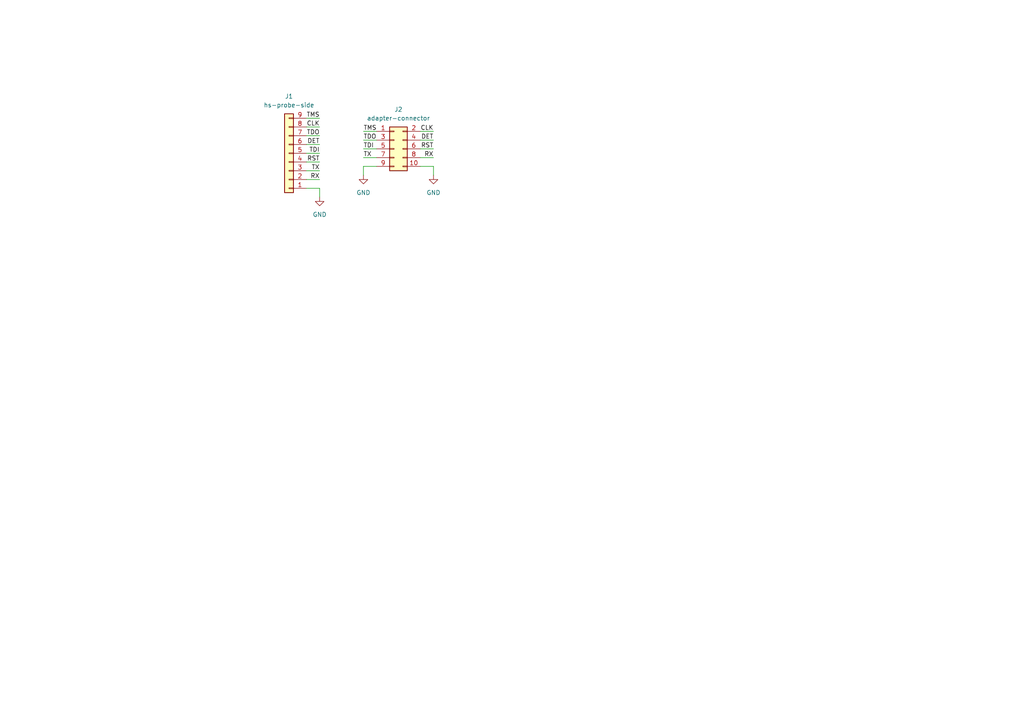
<source format=kicad_sch>
(kicad_sch (version 20211123) (generator eeschema)
  (paper "A4")
  (lib_symbols
    (symbol "Connector_Generic:Conn_01x09" (pin_names (offset 1.016) hide)
      (property "Reference" "J" (at 0 12.7 0))
      (property "Value" "Conn_01x09" (at 0 -12.7 0))
      (symbol "Conn_01x09_1_1"
        (rectangle (start -1.27 -10.033) (end 0 -10.287) (stroke (width 0.1524)))
        (rectangle (start -1.27 -7.493) (end 0 -7.747) (stroke (width 0.1524)))
        (rectangle (start -1.27 -4.953) (end 0 -5.207) (stroke (width 0.1524)))
        (rectangle (start -1.27 -2.413) (end 0 -2.667) (stroke (width 0.1524)))
        (rectangle (start -1.27 0.127) (end 0 -0.127) (stroke (width 0.1524)))
        (rectangle (start -1.27 2.667) (end 0 2.413) (stroke (width 0.1524)))
        (rectangle (start -1.27 5.207) (end 0 4.953) (stroke (width 0.1524)))
        (rectangle (start -1.27 7.747) (end 0 7.493) (stroke (width 0.1524)))
        (rectangle (start -1.27 10.287) (end 0 10.033) (stroke (width 0.1524)))
        (rectangle (start -1.27 11.43) (end 1.27 -11.43) (stroke (width 0.254)) (fill (type background)))
        (pin passive line (at -5.08 10.16 0) (length 3.81) (name "Pin_1") (number "1"))
        (pin passive line (at -5.08 7.62 0) (length 3.81) (name "Pin_2") (number "2"))
        (pin passive line (at -5.08 5.08 0) (length 3.81) (name "Pin_3") (number "3"))
        (pin passive line (at -5.08 2.54 0) (length 3.81) (name "Pin_4") (number "4"))
        (pin passive line (at -5.08 0 0) (length 3.81) (name "Pin_5") (number "5"))
        (pin passive line (at -5.08 -2.54 0) (length 3.81) (name "Pin_6") (number "6"))
        (pin passive line (at -5.08 -5.08 0) (length 3.81) (name "Pin_7") (number "7"))
        (pin passive line (at -5.08 -7.62 0) (length 3.81) (name "Pin_8") (number "8"))
        (pin passive line (at -5.08 -10.16 0) (length 3.81) (name "Pin_9") (number "9"))
      )
    )
    (symbol "Connector_Generic:Conn_02x05_Odd_Even" (pin_names (offset 1.016) hide)
      (property "Reference" "J" (at 1.27 7.62 0))
      (property "Value" "Conn_02x05_Odd_Even" (at 1.27 -7.62 0))
      (symbol "Conn_02x05_Odd_Even_1_1"
        (rectangle (start -1.27 -4.953) (end 0 -5.207) (stroke (width 0.1524)))
        (rectangle (start -1.27 -2.413) (end 0 -2.667) (stroke (width 0.1524)))
        (rectangle (start -1.27 0.127) (end 0 -0.127) (stroke (width 0.1524)))
        (rectangle (start -1.27 2.667) (end 0 2.413) (stroke (width 0.1524)))
        (rectangle (start -1.27 5.207) (end 0 4.953) (stroke (width 0.1524)))
        (rectangle (start -1.27 6.35) (end 3.81 -6.35) (stroke (width 0.254)) (fill (type background)))
        (rectangle (start 3.81 -4.953) (end 2.54 -5.207) (stroke (width 0.1524)))
        (rectangle (start 3.81 -2.413) (end 2.54 -2.667) (stroke (width 0.1524)))
        (rectangle (start 3.81 0.127) (end 2.54 -0.127) (stroke (width 0.1524)))
        (rectangle (start 3.81 2.667) (end 2.54 2.413) (stroke (width 0.1524)))
        (rectangle (start 3.81 5.207) (end 2.54 4.953) (stroke (width 0.1524)))
        (pin passive line (at -5.08 5.08 0) (length 3.81) (name "Pin_1") (number "1"))
        (pin passive line (at 7.62 -5.08 180) (length 3.81) (name "Pin_10") (number "10"))
        (pin passive line (at 7.62 5.08 180) (length 3.81) (name "Pin_2") (number "2"))
        (pin passive line (at -5.08 2.54 0) (length 3.81) (name "Pin_3") (number "3"))
        (pin passive line (at 7.62 2.54 180) (length 3.81) (name "Pin_4") (number "4"))
        (pin passive line (at -5.08 0 0) (length 3.81) (name "Pin_5") (number "5"))
        (pin passive line (at 7.62 0 180) (length 3.81) (name "Pin_6") (number "6"))
        (pin passive line (at -5.08 -2.54 0) (length 3.81) (name "Pin_7") (number "7"))
        (pin passive line (at 7.62 -2.54 180) (length 3.81) (name "Pin_8") (number "8"))
        (pin passive line (at -5.08 -5.08 0) (length 3.81) (name "Pin_9") (number "9"))
      )
    )
    (symbol "power:GND" (power) (pin_names (offset 0))
      (property "Value" "GND" (at 0 -3.81 0))
      (symbol "GND_0_1"
        (polyline (pts (xy 0 0) (xy 0 -1.27) (xy 1.27 -1.27) (xy 0 -2.54) (xy -1.27 -1.27) (xy 0 -1.27)))
      )
      (symbol "GND_1_1"
        (pin power_in line (at 0 0 270) (length 0) hide (name "GND") (number "1"))
      )
    )
  )
  (wire (pts (xy 125.73 48.26) (xy 125.73 50.8)))
  (wire (pts (xy 121.92 38.1) (xy 125.73 38.1)))
  (wire (pts (xy 88.9 44.45) (xy 92.71 44.45)))
  (wire (pts (xy 88.9 34.29) (xy 92.71 34.29)))
  (wire (pts (xy 88.9 39.37) (xy 92.71 39.37)))
  (wire (pts (xy 105.41 38.1) (xy 109.22 38.1)))
  (wire (pts (xy 88.9 52.07) (xy 92.71 52.07)))
  (wire (pts (xy 109.22 48.26) (xy 105.41 48.26)))
  (wire (pts (xy 121.92 43.18) (xy 125.73 43.18)))
  (wire (pts (xy 105.41 48.26) (xy 105.41 50.8)))
  (wire (pts (xy 88.9 36.83) (xy 92.71 36.83)))
  (wire (pts (xy 121.92 40.64) (xy 125.73 40.64)))
  (wire (pts (xy 121.92 48.26) (xy 125.73 48.26)))
  (wire (pts (xy 88.9 49.53) (xy 92.71 49.53)))
  (wire (pts (xy 88.9 54.61) (xy 92.71 54.61)))
  (wire (pts (xy 105.41 43.18) (xy 109.22 43.18)))
  (wire (pts (xy 105.41 45.72) (xy 109.22 45.72)))
  (wire (pts (xy 88.9 46.99) (xy 92.71 46.99)))
  (wire (pts (xy 121.92 45.72) (xy 125.73 45.72)))
  (wire (pts (xy 88.9 41.91) (xy 92.71 41.91)))
  (wire (pts (xy 105.41 40.64) (xy 109.22 40.64)))
  (wire (pts (xy 92.71 54.61) (xy 92.71 57.15)))
  (label "CLK" (at 125.73 38.1 180))
  (label "TDI" (at 92.71 44.45 180))
  (label "TDO" (at 105.41 40.64 0))
  (label "TMS" (at 105.41 38.1 0))
  (label "TDO" (at 92.71 39.37 180))
  (label "RX" (at 125.73 45.72 180))
  (label "RST" (at 92.71 46.99 180))
  (label "DET" (at 92.71 41.91 180))
  (label "DET" (at 125.73 40.64 180))
  (label "RST" (at 125.73 43.18 180))
  (label "RX" (at 92.71 52.07 180))
  (label "CLK" (at 92.71 36.83 180))
  (label "TDI" (at 105.41 43.18 0))
  (label "TMS" (at 92.71 34.29 180))
  (label "TX" (at 105.41 45.72 0))
  (label "TX" (at 92.71 49.53 180))
  (symbol (lib_id "power:GND") (at 92.71 57.15 0) (unit 1)
    (property "Reference" "#PWR01" (effects hide))
    (property "Value" "GND" (at 92.71 62.23 0))
  )
  (symbol (lib_id "power:GND") (at 105.41 50.8 0) (mirror y) (unit 1)
    (property "Reference" "#PWR?" (effects hide))
    (property "Value" "GND" (at 105.41 55.88 0))
  )
  (symbol (lib_id "Connector_Generic:Conn_01x09") (at 83.82 44.45 180) (unit 1)
    (property "Reference" "J1" (at 83.82 27.94 0))
    (property "Value" "hs-probe-side" (at 83.82 30.48 0))
    (property "Footprint" "local:1x9_1.5mm_edge_connector" (effects hide))
  )
  (symbol (lib_id "Connector_Generic:Conn_02x05_Odd_Even") (at 114.3 43.18 0) (unit 1)
    (property "Reference" "J2" (at 115.57 31.75 0))
    (property "Value" "adapter-connector" (at 115.57 34.29 0))
    (property "Footprint" "local:THT_Header_2x05_P2.54mm" (effects hide))
  )
  (symbol (lib_id "power:GND") (at 125.73 50.8 0) (unit 1)
    (property "Reference" "#PWR?" (effects hide))
    (property "Value" "GND" (at 125.73 55.88 0))
  )
)
</source>
